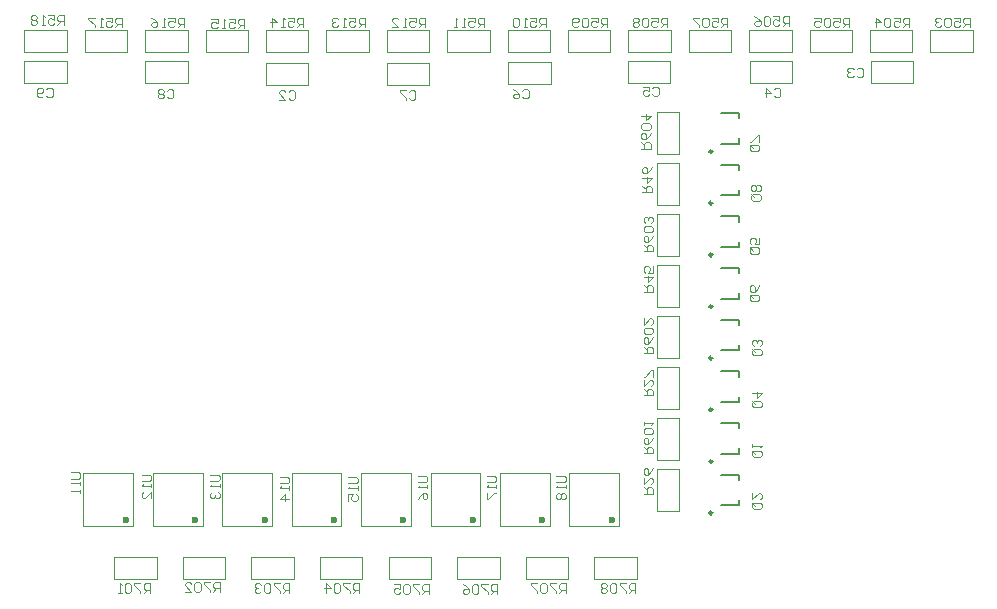
<source format=gbo>
%FSLAX25Y25*%
%MOIN*%
G70*
G01*
G75*
G04 Layer_Color=32896*
%ADD10R,0.05512X0.04724*%
%ADD11R,0.04921X0.03543*%
%ADD12R,0.33465X0.42126*%
%ADD13R,0.12205X0.04331*%
%ADD14R,0.05906X0.03937*%
%ADD15R,0.05906X0.05906*%
%ADD16R,0.01969X0.07874*%
%ADD17O,0.01969X0.07874*%
%ADD18R,0.03937X0.05906*%
%ADD19R,0.04724X0.05512*%
%ADD20R,0.01969X0.06890*%
%ADD21O,0.01969X0.06890*%
%ADD22O,0.06890X0.01969*%
%ADD23C,0.03937*%
%ADD24C,0.01969*%
%ADD25C,0.01000*%
%ADD26C,0.02362*%
%ADD27C,0.03150*%
%ADD28C,0.01575*%
%ADD29C,0.11811*%
%ADD30C,0.05906*%
%ADD31C,0.06693*%
%ADD32R,0.07087X0.07087*%
%ADD33C,0.07874*%
%ADD34R,0.07087X0.07087*%
%ADD35C,0.07480*%
%ADD36R,0.06693X0.06693*%
%ADD37C,0.10630*%
%ADD38R,0.09843X0.09843*%
%ADD39R,0.09843X0.09843*%
%ADD40C,0.17716*%
%ADD41C,0.04724*%
%ADD42R,0.04724X0.04724*%
G04:AMPARAMS|DCode=43|XSize=98.43mil|YSize=118.11mil|CornerRadius=24.61mil|HoleSize=0mil|Usage=FLASHONLY|Rotation=90.000|XOffset=0mil|YOffset=0mil|HoleType=Round|Shape=RoundedRectangle|*
%AMROUNDEDRECTD43*
21,1,0.09843,0.06890,0,0,90.0*
21,1,0.04921,0.11811,0,0,90.0*
1,1,0.04921,0.03445,0.02461*
1,1,0.04921,0.03445,-0.02461*
1,1,0.04921,-0.03445,-0.02461*
1,1,0.04921,-0.03445,0.02461*
%
%ADD43ROUNDEDRECTD43*%
%ADD44R,0.11811X0.09843*%
%ADD45C,0.04724*%
%ADD46R,0.04724X0.04724*%
%ADD47C,0.06200*%
%ADD48R,0.05906X0.05906*%
%ADD49C,0.01969*%
%ADD50C,0.02362*%
%ADD51R,0.02362X0.05906*%
%ADD52R,0.04724X0.03937*%
%ADD53R,0.04724X0.03543*%
%ADD54R,0.05118X0.03543*%
%ADD55C,0.00787*%
%ADD56C,0.00394*%
%ADD57C,0.00400*%
%ADD58C,0.00500*%
%ADD59C,0.01200*%
%ADD60C,0.00591*%
%ADD61C,0.00600*%
%ADD62C,0.00236*%
%ADD63C,0.00984*%
D50*
X366859Y246905D02*
D03*
X436287D02*
D03*
X274287D02*
D03*
X297430D02*
D03*
X320573D02*
D03*
X343716D02*
D03*
X390002D02*
D03*
X413144D02*
D03*
D55*
X472787Y382512D02*
X478594D01*
X472787Y372276D02*
X478594D01*
Y374047D01*
Y380740D02*
Y382512D01*
X472787Y365298D02*
X478594D01*
X472787Y355061D02*
X478594D01*
Y356833D01*
Y363526D02*
Y365298D01*
X472787Y348083D02*
X478594D01*
X472787Y337847D02*
X478594D01*
X478594Y339619D01*
X478594Y346312D02*
Y348083D01*
X472787Y330869D02*
X478594D01*
X472787Y320633D02*
X478594D01*
X478594Y322404D02*
X478594Y320633D01*
X478594Y329097D02*
X478594Y330869D01*
X472787Y313655D02*
X478594D01*
X472787Y303418D02*
X478594D01*
X478594Y305190D02*
X478594Y303418D01*
X478594Y311883D02*
X478594Y313655D01*
X472787Y296440D02*
X478594D01*
X472787Y286204D02*
X478594D01*
Y287976D01*
Y296440D02*
X478594Y294669D01*
X472787Y279226D02*
X478594D01*
X472787Y268990D02*
X478594D01*
X478594Y270761D01*
X478594Y277454D02*
Y279226D01*
X472787Y262012D02*
X478594D01*
X472787Y251776D02*
X478594D01*
Y253547D01*
Y260240D02*
Y262012D01*
D56*
X254650Y392590D02*
Y399835D01*
X240516Y392590D02*
X254650D01*
X240516D02*
Y399835D01*
X254650D01*
X294916Y392590D02*
Y399835D01*
X280782Y392590D02*
X294916D01*
X280782D02*
Y399835D01*
X294916D01*
X375450Y391803D02*
Y399047D01*
X361316Y391803D02*
X375450D01*
X361316D02*
Y399047D01*
X375450D01*
X415946Y392197D02*
Y399441D01*
X401812Y392197D02*
X415946D01*
X401812D02*
Y399441D01*
X415946D01*
X455838Y392590D02*
Y399835D01*
X441704Y392590D02*
X455838D01*
X441704D02*
Y399835D01*
X455838D01*
X496517Y392590D02*
Y399835D01*
X482384Y392590D02*
X496517D01*
X482384D02*
Y399835D01*
X496517D01*
X536803Y392590D02*
Y399835D01*
X522669Y392590D02*
X536803D01*
X522669D02*
Y399835D01*
X536803D01*
X321049Y391877D02*
Y399121D01*
X335183D01*
Y391877D02*
Y399121D01*
X321049Y391877D02*
X335183D01*
X270516Y227378D02*
X284650Y227378D01*
Y234622D01*
X270516Y234622D02*
X284650Y234622D01*
X270516Y227378D02*
Y234622D01*
X293373Y227378D02*
X307507Y227378D01*
Y234622D01*
X293373Y234622D02*
X307507Y234622D01*
X293373Y227378D02*
Y234622D01*
X316230Y227378D02*
X330364Y227378D01*
Y234622D01*
X316230Y234622D02*
X330364Y234622D01*
X316230Y227378D02*
Y234622D01*
X361944Y227378D02*
X376078Y227378D01*
Y234622D01*
X361944Y234622D02*
X376078Y234622D01*
X361944Y227378D02*
Y234622D01*
X384802Y227378D02*
X398935Y227378D01*
Y234622D01*
X384802Y234622D02*
X398935Y234622D01*
X384802Y227378D02*
Y234622D01*
X407659Y227378D02*
X421793Y227378D01*
Y234622D01*
X407659Y234622D02*
X421793Y234622D01*
X407659Y227378D02*
Y234622D01*
X369339Y244937D02*
Y262653D01*
X352804Y244937D02*
Y262653D01*
Y244937D02*
X369339D01*
X352804Y262653D02*
X369339D01*
X438768Y244937D02*
Y262653D01*
X422232Y244937D02*
Y262653D01*
Y244937D02*
X438768D01*
X422232Y262653D02*
X438768D01*
X339087Y227378D02*
X353221Y227378D01*
Y234622D01*
X339087Y234622D02*
X353221Y234622D01*
X339087Y227378D02*
Y234622D01*
X430516Y227378D02*
X444650Y227378D01*
Y234622D01*
X430516Y234622D02*
X444650Y234622D01*
X430516Y227378D02*
Y234622D01*
X276768Y244937D02*
Y262653D01*
X260232Y244937D02*
Y262653D01*
Y244937D02*
X276768D01*
X260232Y262653D02*
X276768D01*
X299911Y244937D02*
Y262653D01*
X283375Y244937D02*
Y262653D01*
Y244937D02*
X299911D01*
X283375Y262653D02*
X299911D01*
X323053Y244937D02*
Y262653D01*
X306518Y244937D02*
Y262653D01*
Y244937D02*
X323053D01*
X306518Y262653D02*
X323053D01*
X346196Y244937D02*
Y262653D01*
X329661Y244937D02*
Y262653D01*
Y244937D02*
X346196D01*
X329661Y262653D02*
X346196D01*
X392482Y244937D02*
Y262653D01*
X375946Y244937D02*
Y262653D01*
Y244937D02*
X392482D01*
X375946Y262653D02*
X392482D01*
X415625Y244937D02*
Y262653D01*
X399089Y244937D02*
Y262653D01*
Y244937D02*
X415625D01*
X399089Y262653D02*
X415625D01*
X451346Y368744D02*
Y382878D01*
Y368744D02*
X458591D01*
Y382878D01*
X451346D02*
X458591D01*
X451346Y351744D02*
Y365878D01*
Y351744D02*
X458591D01*
Y365878D01*
X451346D02*
X458591D01*
X451346Y334744D02*
Y348878D01*
Y334744D02*
X458591D01*
Y348878D01*
X451346D02*
X458591D01*
X451346Y317744D02*
X451346Y331878D01*
X451346Y317744D02*
X458591D01*
X458591Y331878D02*
X458591Y317744D01*
X451346Y331878D02*
X458591D01*
X451346Y283744D02*
Y297878D01*
Y283744D02*
X458591D01*
Y297878D01*
X451346D02*
X458591D01*
X451346Y300744D02*
Y314878D01*
Y300744D02*
X458591D01*
Y314878D01*
X451346D02*
X458591D01*
Y266744D02*
Y280878D01*
X451346D02*
X458591D01*
X451346Y266744D02*
Y280878D01*
Y266744D02*
X458591D01*
X451346Y249744D02*
X451346Y263878D01*
X451346Y249744D02*
X458591D01*
X458591Y263878D02*
X458591Y249744D01*
X451346Y263878D02*
X458591D01*
X240516Y402878D02*
Y410122D01*
X254650Y410122D01*
Y402878D02*
Y410122D01*
X240516Y402878D02*
X254650Y402878D01*
X260649Y402878D02*
Y410122D01*
X274783Y410122D01*
Y402878D02*
Y410122D01*
X260649Y402878D02*
X274783Y402878D01*
X300916Y410122D02*
X300916Y402878D01*
X300916Y410122D02*
X315050Y410122D01*
Y402878D02*
Y410122D01*
X300916Y402878D02*
X315050D01*
X280782Y402878D02*
Y410122D01*
X294916D01*
X294916Y402878D01*
X280782Y402878D02*
X294916Y402878D01*
X341182Y402878D02*
Y410122D01*
X355316Y410122D01*
Y402878D02*
Y410122D01*
X341182Y402878D02*
X355316Y402878D01*
X321049Y402878D02*
Y410122D01*
X335183Y410122D01*
Y402878D02*
Y410122D01*
X321049Y402878D02*
X335183Y402878D01*
X381449Y402878D02*
Y410122D01*
X395583D01*
X395583Y402878D01*
X381449Y402878D02*
X395583Y402878D01*
X361316D02*
Y410122D01*
X375450Y410122D01*
Y402878D02*
Y410122D01*
X361316Y402878D02*
X375450D01*
X421716Y402878D02*
Y410122D01*
X435850Y410122D01*
Y402878D02*
Y410122D01*
X421716Y402878D02*
X435850Y402878D01*
X401582D02*
Y410122D01*
X415716Y410122D01*
Y402878D02*
Y410122D01*
X401582Y402878D02*
X415716D01*
X441849Y402878D02*
Y410122D01*
X455983Y410122D01*
Y402878D02*
Y410122D01*
X441849Y402878D02*
X455983Y402878D01*
X461982Y402878D02*
X461982Y410122D01*
X476116Y410122D01*
Y402878D02*
Y410122D01*
X461982Y402878D02*
X476116Y402878D01*
X482116Y402878D02*
Y410122D01*
X496249D01*
X496250Y402878D01*
X482116Y402878D02*
X496250Y402878D01*
X502249Y402878D02*
Y410122D01*
X516383Y410122D01*
X516383Y402878D02*
X516383Y410122D01*
X502249Y402878D02*
X516383Y402878D01*
X542516Y402878D02*
Y410122D01*
X556649D01*
X556649Y402878D01*
X542516Y402878D02*
X556649Y402878D01*
X522382Y402878D02*
Y410122D01*
X536516D01*
X536516Y402878D02*
X536516Y410122D01*
X522382Y402878D02*
X536516Y402878D01*
X253630Y412008D02*
Y415157D01*
X252056D01*
X251531Y414632D01*
Y413582D01*
X252056Y413057D01*
X253630D01*
X252580D02*
X251531Y412008D01*
X248382Y415157D02*
X250481D01*
Y413582D01*
X249432Y414107D01*
X248907D01*
X248382Y413582D01*
Y412533D01*
X248907Y412008D01*
X249957D01*
X250481Y412533D01*
X247333Y412008D02*
X246283D01*
X246808D01*
Y415157D01*
X247333Y414632D01*
X244709D02*
X244184Y415157D01*
X243135D01*
X242610Y414632D01*
Y414107D01*
X243135Y413582D01*
X242610Y413057D01*
Y412533D01*
X243135Y412008D01*
X244184D01*
X244709Y412533D01*
Y413057D01*
X244184Y413582D01*
X244709Y414107D01*
Y414632D01*
X244184Y413582D02*
X243135D01*
X272921Y411221D02*
Y414369D01*
X271347D01*
X270822Y413844D01*
Y412795D01*
X271347Y412270D01*
X272921D01*
X271872D02*
X270822Y411221D01*
X267674Y414369D02*
X269773D01*
Y412795D01*
X268723Y413319D01*
X268198D01*
X267674Y412795D01*
Y411745D01*
X268198Y411221D01*
X269248D01*
X269773Y411745D01*
X266624Y411221D02*
X265575D01*
X266099D01*
Y414369D01*
X266624Y413844D01*
X264000Y414369D02*
X261901D01*
Y413844D01*
X264000Y411745D01*
Y411221D01*
X293787D02*
Y414369D01*
X292213D01*
X291688Y413844D01*
Y412795D01*
X292213Y412270D01*
X293787D01*
X292738D02*
X291688Y411221D01*
X288540Y414369D02*
X290639D01*
Y412795D01*
X289589Y413319D01*
X289065D01*
X288540Y412795D01*
Y411745D01*
X289065Y411221D01*
X290114D01*
X290639Y411745D01*
X287490Y411221D02*
X286441D01*
X286965D01*
Y414369D01*
X287490Y413844D01*
X282767Y414369D02*
X283817Y413844D01*
X284866Y412795D01*
Y411745D01*
X284342Y411221D01*
X283292D01*
X282767Y411745D01*
Y412270D01*
X283292Y412795D01*
X284866D01*
X313866Y410827D02*
Y413975D01*
X312292D01*
X311767Y413451D01*
Y412401D01*
X312292Y411876D01*
X313866D01*
X312817D02*
X311767Y410827D01*
X308618Y413975D02*
X310718D01*
Y412401D01*
X309668Y412926D01*
X309143D01*
X308618Y412401D01*
Y411351D01*
X309143Y410827D01*
X310193D01*
X310718Y411351D01*
X307569Y410827D02*
X306519D01*
X307044D01*
Y413975D01*
X307569Y413451D01*
X302846Y413975D02*
X304945D01*
Y412401D01*
X303896Y412926D01*
X303371D01*
X302846Y412401D01*
Y411351D01*
X303371Y410827D01*
X304420D01*
X304945Y411351D01*
X333551Y411221D02*
Y414369D01*
X331977D01*
X331452Y413844D01*
Y412795D01*
X331977Y412270D01*
X333551D01*
X332502D02*
X331452Y411221D01*
X328304Y414369D02*
X330403D01*
Y412795D01*
X329353Y413319D01*
X328828D01*
X328304Y412795D01*
Y411745D01*
X328828Y411221D01*
X329878D01*
X330403Y411745D01*
X327254Y411221D02*
X326204D01*
X326729D01*
Y414369D01*
X327254Y413844D01*
X323056Y411221D02*
Y414369D01*
X324630Y412795D01*
X322531D01*
X354024Y411221D02*
Y414369D01*
X352449D01*
X351925Y413844D01*
Y412795D01*
X352449Y412270D01*
X354024D01*
X352974D02*
X351925Y411221D01*
X348776Y414369D02*
X350875D01*
Y412795D01*
X349826Y413319D01*
X349301D01*
X348776Y412795D01*
Y411745D01*
X349301Y411221D01*
X350350D01*
X350875Y411745D01*
X347726Y411221D02*
X346677D01*
X347202D01*
Y414369D01*
X347726Y413844D01*
X345103D02*
X344578Y414369D01*
X343528D01*
X343004Y413844D01*
Y413319D01*
X343528Y412795D01*
X344053D01*
X343528D01*
X343004Y412270D01*
Y411745D01*
X343528Y411221D01*
X344578D01*
X345103Y411745D01*
X374102Y411221D02*
Y414369D01*
X372528D01*
X372003Y413844D01*
Y412795D01*
X372528Y412270D01*
X374102D01*
X373053D02*
X372003Y411221D01*
X368855Y414369D02*
X370954D01*
Y412795D01*
X369904Y413319D01*
X369379D01*
X368855Y412795D01*
Y411745D01*
X369379Y411221D01*
X370429D01*
X370954Y411745D01*
X367805Y411221D02*
X366756D01*
X367280D01*
Y414369D01*
X367805Y413844D01*
X363082Y411221D02*
X365181D01*
X363082Y413319D01*
Y413844D01*
X363607Y414369D01*
X364657D01*
X365181Y413844D01*
X393787Y411221D02*
Y414369D01*
X392213D01*
X391688Y413844D01*
Y412795D01*
X392213Y412270D01*
X393787D01*
X392738D02*
X391688Y411221D01*
X388540Y414369D02*
X390639D01*
Y412795D01*
X389589Y413319D01*
X389065D01*
X388540Y412795D01*
Y411745D01*
X389065Y411221D01*
X390114D01*
X390639Y411745D01*
X387490Y411221D02*
X386441D01*
X386965D01*
Y414369D01*
X387490Y413844D01*
X384866Y411221D02*
X383817D01*
X384342D01*
Y414369D01*
X384866Y413844D01*
X414260Y411221D02*
Y414369D01*
X412685D01*
X412161Y413844D01*
Y412795D01*
X412685Y412270D01*
X414260D01*
X413210D02*
X412161Y411221D01*
X409012Y414369D02*
X411111D01*
Y412795D01*
X410062Y413319D01*
X409537D01*
X409012Y412795D01*
Y411745D01*
X409537Y411221D01*
X410587D01*
X411111Y411745D01*
X407963Y411221D02*
X406913D01*
X407438D01*
Y414369D01*
X407963Y413844D01*
X405339D02*
X404814Y414369D01*
X403764D01*
X403240Y413844D01*
Y411745D01*
X403764Y411221D01*
X404814D01*
X405339Y411745D01*
Y413844D01*
X434732Y411221D02*
Y414369D01*
X433158D01*
X432633Y413844D01*
Y412795D01*
X433158Y412270D01*
X434732D01*
X433683D02*
X432633Y411221D01*
X429485Y414369D02*
X431584D01*
Y412795D01*
X430534Y413319D01*
X430009D01*
X429485Y412795D01*
Y411745D01*
X430009Y411221D01*
X431059D01*
X431584Y411745D01*
X428435Y413844D02*
X427910Y414369D01*
X426861D01*
X426336Y413844D01*
Y411745D01*
X426861Y411221D01*
X427910D01*
X428435Y411745D01*
Y413844D01*
X425286Y411745D02*
X424762Y411221D01*
X423712D01*
X423187Y411745D01*
Y413844D01*
X423712Y414369D01*
X424762D01*
X425286Y413844D01*
Y413319D01*
X424762Y412795D01*
X423187D01*
X454811Y411221D02*
Y414369D01*
X453237D01*
X452712Y413844D01*
Y412795D01*
X453237Y412270D01*
X454811D01*
X453761D02*
X452712Y411221D01*
X449563Y414369D02*
X451662D01*
Y412795D01*
X450613Y413319D01*
X450088D01*
X449563Y412795D01*
Y411745D01*
X450088Y411221D01*
X451138D01*
X451662Y411745D01*
X448514Y413844D02*
X447989Y414369D01*
X446940D01*
X446415Y413844D01*
Y411745D01*
X446940Y411221D01*
X447989D01*
X448514Y411745D01*
Y413844D01*
X445365D02*
X444840Y414369D01*
X443791D01*
X443266Y413844D01*
Y413319D01*
X443791Y412795D01*
X443266Y412270D01*
Y411745D01*
X443791Y411221D01*
X444840D01*
X445365Y411745D01*
Y412270D01*
X444840Y412795D01*
X445365Y413319D01*
Y413844D01*
X444840Y412795D02*
X443791D01*
X474890Y411221D02*
Y414369D01*
X473315D01*
X472791Y413844D01*
Y412795D01*
X473315Y412270D01*
X474890D01*
X473840D02*
X472791Y411221D01*
X469642Y414369D02*
X471741D01*
Y412795D01*
X470692Y413319D01*
X470167D01*
X469642Y412795D01*
Y411745D01*
X470167Y411221D01*
X471216D01*
X471741Y411745D01*
X468593Y413844D02*
X468068Y414369D01*
X467018D01*
X466494Y413844D01*
Y411745D01*
X467018Y411221D01*
X468068D01*
X468593Y411745D01*
Y413844D01*
X465444Y414369D02*
X463345D01*
Y413844D01*
X465444Y411745D01*
Y411221D01*
X495362Y411614D02*
Y414763D01*
X493788D01*
X493263Y414238D01*
Y413189D01*
X493788Y412664D01*
X495362D01*
X494313D02*
X493263Y411614D01*
X490114Y414763D02*
X492214D01*
Y413189D01*
X491164Y413713D01*
X490639D01*
X490114Y413189D01*
Y412139D01*
X490639Y411614D01*
X491689D01*
X492214Y412139D01*
X489065Y414238D02*
X488540Y414763D01*
X487491D01*
X486966Y414238D01*
Y412139D01*
X487491Y411614D01*
X488540D01*
X489065Y412139D01*
Y414238D01*
X483817Y414763D02*
X484867Y414238D01*
X485916Y413189D01*
Y412139D01*
X485392Y411614D01*
X484342D01*
X483817Y412139D01*
Y412664D01*
X484342Y413189D01*
X485916D01*
X515441Y411221D02*
Y414369D01*
X513867D01*
X513342Y413844D01*
Y412795D01*
X513867Y412270D01*
X515441D01*
X514391D02*
X513342Y411221D01*
X510193Y414369D02*
X512292D01*
Y412795D01*
X511243Y413319D01*
X510718D01*
X510193Y412795D01*
Y411745D01*
X510718Y411221D01*
X511768D01*
X512292Y411745D01*
X509144Y413844D02*
X508619Y414369D01*
X507570D01*
X507045Y413844D01*
Y411745D01*
X507570Y411221D01*
X508619D01*
X509144Y411745D01*
Y413844D01*
X503896Y414369D02*
X505995D01*
Y412795D01*
X504946Y413319D01*
X504421D01*
X503896Y412795D01*
Y411745D01*
X504421Y411221D01*
X505470D01*
X505995Y411745D01*
X535520Y411221D02*
Y414369D01*
X533945D01*
X533421Y413844D01*
Y412795D01*
X533945Y412270D01*
X535520D01*
X534470D02*
X533421Y411221D01*
X530272Y414369D02*
X532371D01*
Y412795D01*
X531322Y413319D01*
X530797D01*
X530272Y412795D01*
Y411745D01*
X530797Y411221D01*
X531846D01*
X532371Y411745D01*
X529222Y413844D02*
X528698Y414369D01*
X527648D01*
X527123Y413844D01*
Y411745D01*
X527648Y411221D01*
X528698D01*
X529222Y411745D01*
Y413844D01*
X524500Y411221D02*
Y414369D01*
X526074Y412795D01*
X523975D01*
X555598Y411221D02*
Y414369D01*
X554024D01*
X553499Y413844D01*
Y412795D01*
X554024Y412270D01*
X555598D01*
X554549D02*
X553499Y411221D01*
X550351Y414369D02*
X552450D01*
Y412795D01*
X551400Y413319D01*
X550876D01*
X550351Y412795D01*
Y411745D01*
X550876Y411221D01*
X551925D01*
X552450Y411745D01*
X549301Y413844D02*
X548776Y414369D01*
X547727D01*
X547202Y413844D01*
Y411745D01*
X547727Y411221D01*
X548776D01*
X549301Y411745D01*
Y413844D01*
X546153D02*
X545628Y414369D01*
X544578D01*
X544054Y413844D01*
Y413319D01*
X544578Y412795D01*
X545103D01*
X544578D01*
X544054Y412270D01*
Y411745D01*
X544578Y411221D01*
X545628D01*
X546153Y411745D01*
X247901Y390419D02*
X248426Y390944D01*
X249475D01*
X250000Y390419D01*
Y388320D01*
X249475Y387795D01*
X248426D01*
X247901Y388320D01*
X246851D02*
X246327Y387795D01*
X245277D01*
X244752Y388320D01*
Y390419D01*
X245277Y390944D01*
X246327D01*
X246851Y390419D01*
Y389894D01*
X246327Y389370D01*
X244752D01*
X288058Y390025D02*
X288583Y390550D01*
X289633D01*
X290158Y390025D01*
Y387926D01*
X289633Y387402D01*
X288583D01*
X288058Y387926D01*
X287009Y390025D02*
X286484Y390550D01*
X285435D01*
X284910Y390025D01*
Y389501D01*
X285435Y388976D01*
X284910Y388451D01*
Y387926D01*
X285435Y387402D01*
X286484D01*
X287009Y387926D01*
Y388451D01*
X286484Y388976D01*
X287009Y389501D01*
Y390025D01*
X286484Y388976D02*
X285435D01*
X368767Y389632D02*
X369292Y390157D01*
X370341D01*
X370866Y389632D01*
Y387533D01*
X370341Y387008D01*
X369292D01*
X368767Y387533D01*
X367718Y390157D02*
X365618D01*
Y389632D01*
X367718Y387533D01*
Y387008D01*
X406562Y390025D02*
X407087Y390550D01*
X408137D01*
X408661Y390025D01*
Y387926D01*
X408137Y387402D01*
X407087D01*
X406562Y387926D01*
X403414Y390550D02*
X404463Y390025D01*
X405513Y388976D01*
Y387926D01*
X404988Y387402D01*
X403938D01*
X403414Y387926D01*
Y388451D01*
X403938Y388976D01*
X405513D01*
X449869Y390813D02*
X450394Y391338D01*
X451444D01*
X451968Y390813D01*
Y388714D01*
X451444Y388189D01*
X450394D01*
X449869Y388714D01*
X446721Y391338D02*
X448820D01*
Y389763D01*
X447770Y390288D01*
X447246D01*
X446721Y389763D01*
Y388714D01*
X447246Y388189D01*
X448295D01*
X448820Y388714D01*
X490421Y390419D02*
X490945Y390944D01*
X491995D01*
X492520Y390419D01*
Y388320D01*
X491995Y387795D01*
X490945D01*
X490421Y388320D01*
X487797Y387795D02*
Y390944D01*
X489371Y389370D01*
X487272D01*
X517980Y397112D02*
X518504Y397637D01*
X519554D01*
X520079Y397112D01*
Y395013D01*
X519554Y394488D01*
X518504D01*
X517980Y395013D01*
X516930Y397112D02*
X516405Y397637D01*
X515356D01*
X514831Y397112D01*
Y396587D01*
X515356Y396062D01*
X515881D01*
X515356D01*
X514831Y395538D01*
Y395013D01*
X515356Y394488D01*
X516405D01*
X516930Y395013D01*
X328610Y389632D02*
X329134Y390157D01*
X330184D01*
X330709Y389632D01*
Y387533D01*
X330184Y387008D01*
X329134D01*
X328610Y387533D01*
X325461Y387008D02*
X327560D01*
X325461Y389107D01*
Y389632D01*
X325986Y390157D01*
X327035D01*
X327560Y389632D01*
X417804Y261614D02*
X420428D01*
X420953Y261089D01*
Y260040D01*
X420428Y259515D01*
X417804D01*
X420953Y258466D02*
Y257416D01*
Y257941D01*
X417804D01*
X418329Y258466D01*
Y255842D02*
X417804Y255317D01*
Y254268D01*
X418329Y253743D01*
X418854D01*
X419379Y254268D01*
X419903Y253743D01*
X420428D01*
X420953Y254268D01*
Y255317D01*
X420428Y255842D01*
X419903D01*
X419379Y255317D01*
X418854Y255842D01*
X418329D01*
X419379Y255317D02*
Y254268D01*
X394576Y261614D02*
X397200D01*
X397724Y261089D01*
Y260040D01*
X397200Y259515D01*
X394576D01*
X397724Y258466D02*
Y257416D01*
Y257941D01*
X394576D01*
X395101Y258466D01*
X394576Y255842D02*
Y253743D01*
X395101D01*
X397200Y255842D01*
X397724D01*
X371741Y261614D02*
X374365D01*
X374890Y261089D01*
Y260040D01*
X374365Y259515D01*
X371741D01*
X374890Y258466D02*
Y257416D01*
Y257941D01*
X371741D01*
X372266Y258466D01*
X371741Y253743D02*
X372266Y254792D01*
X373316Y255842D01*
X374365D01*
X374890Y255317D01*
Y254268D01*
X374365Y253743D01*
X373840D01*
X373316Y254268D01*
Y255842D01*
X348513Y261221D02*
X351137D01*
X351661Y260696D01*
Y259646D01*
X351137Y259121D01*
X348513D01*
X351661Y258072D02*
Y257022D01*
Y257547D01*
X348513D01*
X349038Y258072D01*
X348513Y253349D02*
Y255448D01*
X350087D01*
X349562Y254398D01*
Y253874D01*
X350087Y253349D01*
X351137D01*
X351661Y253874D01*
Y254923D01*
X351137Y255448D01*
X325678Y261221D02*
X328302D01*
X328827Y260696D01*
Y259646D01*
X328302Y259121D01*
X325678D01*
X328827Y258072D02*
Y257022D01*
Y257547D01*
X325678D01*
X326203Y258072D01*
X328827Y253874D02*
X325678D01*
X327253Y255448D01*
Y253349D01*
X302450Y262008D02*
X305074D01*
X305598Y261483D01*
Y260434D01*
X305074Y259909D01*
X302450D01*
X305598Y258859D02*
Y257810D01*
Y258334D01*
X302450D01*
X302975Y258859D01*
Y256235D02*
X302450Y255711D01*
Y254661D01*
X302975Y254136D01*
X303499D01*
X304024Y254661D01*
Y255186D01*
Y254661D01*
X304549Y254136D01*
X305074D01*
X305598Y254661D01*
Y255711D01*
X305074Y256235D01*
X279615Y262008D02*
X282239D01*
X282764Y261483D01*
Y260434D01*
X282239Y259909D01*
X279615D01*
X282764Y258859D02*
Y257810D01*
Y258334D01*
X279615D01*
X280140Y258859D01*
X282764Y254136D02*
Y256235D01*
X280665Y254136D01*
X280140D01*
X279615Y254661D01*
Y255711D01*
X280140Y256235D01*
X255993Y262795D02*
X258617D01*
X259142Y262270D01*
Y261221D01*
X258617Y260696D01*
X255993D01*
X259142Y259647D02*
Y258597D01*
Y259122D01*
X255993D01*
X256518Y259647D01*
X259142Y257023D02*
Y255973D01*
Y256498D01*
X255993D01*
X256518Y257023D01*
X444181Y222638D02*
Y225786D01*
X442607D01*
X442082Y225262D01*
Y224212D01*
X442607Y223687D01*
X444181D01*
X443132D02*
X442082Y222638D01*
X441033Y225786D02*
X438933D01*
Y225262D01*
X441033Y223163D01*
Y222638D01*
X437884Y225262D02*
X437359Y225786D01*
X436310D01*
X435785Y225262D01*
Y223163D01*
X436310Y222638D01*
X437359D01*
X437884Y223163D01*
Y225262D01*
X434735D02*
X434211Y225786D01*
X433161D01*
X432636Y225262D01*
Y224737D01*
X433161Y224212D01*
X432636Y223687D01*
Y223163D01*
X433161Y222638D01*
X434211D01*
X434735Y223163D01*
Y223687D01*
X434211Y224212D01*
X434735Y224737D01*
Y225262D01*
X434211Y224212D02*
X433161D01*
X420953Y222638D02*
Y225786D01*
X419379D01*
X418854Y225262D01*
Y224212D01*
X419379Y223687D01*
X420953D01*
X419903D02*
X418854Y222638D01*
X417804Y225786D02*
X415705D01*
Y225262D01*
X417804Y223163D01*
Y222638D01*
X414656Y225262D02*
X414131Y225786D01*
X413081D01*
X412557Y225262D01*
Y223163D01*
X413081Y222638D01*
X414131D01*
X414656Y223163D01*
Y225262D01*
X411507Y225786D02*
X409408D01*
Y225262D01*
X411507Y223163D01*
Y222638D01*
X398118Y222244D02*
Y225393D01*
X396544D01*
X396019Y224868D01*
Y223818D01*
X396544Y223294D01*
X398118D01*
X397069D02*
X396019Y222244D01*
X394970Y225393D02*
X392870D01*
Y224868D01*
X394970Y222769D01*
Y222244D01*
X391821Y224868D02*
X391296Y225393D01*
X390247D01*
X389722Y224868D01*
Y222769D01*
X390247Y222244D01*
X391296D01*
X391821Y222769D01*
Y224868D01*
X386573Y225393D02*
X387623Y224868D01*
X388672Y223818D01*
Y222769D01*
X388148Y222244D01*
X387098D01*
X386573Y222769D01*
Y223294D01*
X387098Y223818D01*
X388672D01*
X375284Y222244D02*
Y225393D01*
X373709D01*
X373184Y224868D01*
Y223818D01*
X373709Y223294D01*
X375284D01*
X374234D02*
X373184Y222244D01*
X372135Y225393D02*
X370036D01*
Y224868D01*
X372135Y222769D01*
Y222244D01*
X368986Y224868D02*
X368461Y225393D01*
X367412D01*
X366887Y224868D01*
Y222769D01*
X367412Y222244D01*
X368461D01*
X368986Y222769D01*
Y224868D01*
X363739Y225393D02*
X365838D01*
Y223818D01*
X364788Y224343D01*
X364263D01*
X363739Y223818D01*
Y222769D01*
X364263Y222244D01*
X365313D01*
X365838Y222769D01*
X352055Y222638D02*
Y225786D01*
X350481D01*
X349956Y225262D01*
Y224212D01*
X350481Y223687D01*
X352055D01*
X351006D02*
X349956Y222638D01*
X348906Y225786D02*
X346808D01*
Y225262D01*
X348906Y223163D01*
Y222638D01*
X345758Y225262D02*
X345233Y225786D01*
X344184D01*
X343659Y225262D01*
Y223163D01*
X344184Y222638D01*
X345233D01*
X345758Y223163D01*
Y225262D01*
X341035Y222638D02*
Y225786D01*
X342609Y224212D01*
X340510D01*
X328827Y222638D02*
Y225786D01*
X327253D01*
X326728Y225262D01*
Y224212D01*
X327253Y223687D01*
X328827D01*
X327777D02*
X326728Y222638D01*
X325678Y225786D02*
X323579D01*
Y225262D01*
X325678Y223163D01*
Y222638D01*
X322530Y225262D02*
X322005Y225786D01*
X320955D01*
X320430Y225262D01*
Y223163D01*
X320955Y222638D01*
X322005D01*
X322530Y223163D01*
Y225262D01*
X319381D02*
X318856Y225786D01*
X317807D01*
X317282Y225262D01*
Y224737D01*
X317807Y224212D01*
X318332D01*
X317807D01*
X317282Y223687D01*
Y223163D01*
X317807Y222638D01*
X318856D01*
X319381Y223163D01*
X305598Y223031D02*
Y226180D01*
X304024D01*
X303499Y225655D01*
Y224606D01*
X304024Y224081D01*
X305598D01*
X304549D02*
X303499Y223031D01*
X302450Y226180D02*
X300351D01*
Y225655D01*
X302450Y223556D01*
Y223031D01*
X299301Y225655D02*
X298777Y226180D01*
X297727D01*
X297202Y225655D01*
Y223556D01*
X297727Y223031D01*
X298777D01*
X299301Y223556D01*
Y225655D01*
X294054Y223031D02*
X296153D01*
X294054Y225131D01*
Y225655D01*
X294578Y226180D01*
X295628D01*
X296153Y225655D01*
X282370Y222638D02*
Y225786D01*
X280796D01*
X280271Y225262D01*
Y224212D01*
X280796Y223687D01*
X282370D01*
X281321D02*
X280271Y222638D01*
X279222Y225786D02*
X277122D01*
Y225262D01*
X279222Y223163D01*
Y222638D01*
X276073Y225262D02*
X275548Y225786D01*
X274499D01*
X273974Y225262D01*
Y223163D01*
X274499Y222638D01*
X275548D01*
X276073Y223163D01*
Y225262D01*
X272924Y222638D02*
X271875D01*
X272399D01*
Y225786D01*
X272924Y225262D01*
X446150Y370669D02*
X449298D01*
Y372244D01*
X448773Y372768D01*
X447724D01*
X447199Y372244D01*
Y370669D01*
Y371719D02*
X446150Y372768D01*
X449298Y375917D02*
X448773Y374867D01*
X447724Y373818D01*
X446674D01*
X446150Y374343D01*
Y375392D01*
X446674Y375917D01*
X447199D01*
X447724Y375392D01*
Y373818D01*
X448773Y376967D02*
X449298Y377491D01*
Y378541D01*
X448773Y379065D01*
X446674D01*
X446150Y378541D01*
Y377491D01*
X446674Y376967D01*
X448773D01*
X446150Y381689D02*
X449298D01*
X447724Y380115D01*
Y382214D01*
X446937Y336417D02*
X450086D01*
Y337992D01*
X449561Y338516D01*
X448511D01*
X447987Y337992D01*
Y336417D01*
Y337467D02*
X446937Y338516D01*
X450086Y341665D02*
X449561Y340615D01*
X448511Y339566D01*
X447462D01*
X446937Y340091D01*
Y341140D01*
X447462Y341665D01*
X447987D01*
X448511Y341140D01*
Y339566D01*
X449561Y342715D02*
X450086Y343239D01*
Y344289D01*
X449561Y344814D01*
X447462D01*
X446937Y344289D01*
Y343239D01*
X447462Y342715D01*
X449561D01*
Y345863D02*
X450086Y346388D01*
Y347437D01*
X449561Y347962D01*
X449036D01*
X448511Y347437D01*
Y346913D01*
Y347437D01*
X447987Y347962D01*
X447462D01*
X446937Y347437D01*
Y346388D01*
X447462Y345863D01*
X446937Y302559D02*
X450086D01*
Y304133D01*
X449561Y304658D01*
X448511D01*
X447987Y304133D01*
Y302559D01*
Y303609D02*
X446937Y304658D01*
X450086Y307807D02*
X449561Y306757D01*
X448511Y305708D01*
X447462D01*
X446937Y306232D01*
Y307282D01*
X447462Y307807D01*
X447987D01*
X448511Y307282D01*
Y305708D01*
X449561Y308856D02*
X450086Y309381D01*
Y310431D01*
X449561Y310955D01*
X447462D01*
X446937Y310431D01*
Y309381D01*
X447462Y308856D01*
X449561D01*
X446937Y314104D02*
Y312005D01*
X449036Y314104D01*
X449561D01*
X450086Y313579D01*
Y312530D01*
X449561Y312005D01*
X446937Y269094D02*
X450086D01*
Y270669D01*
X449561Y271194D01*
X448511D01*
X447987Y270669D01*
Y269094D01*
Y270144D02*
X446937Y271194D01*
X450086Y274342D02*
X449561Y273293D01*
X448511Y272243D01*
X447462D01*
X446937Y272768D01*
Y273817D01*
X447462Y274342D01*
X447987D01*
X448511Y273817D01*
Y272243D01*
X449561Y275392D02*
X450086Y275916D01*
Y276966D01*
X449561Y277491D01*
X447462D01*
X446937Y276966D01*
Y275916D01*
X447462Y275392D01*
X449561D01*
X446937Y278540D02*
Y279590D01*
Y279065D01*
X450086D01*
X449561Y278540D01*
X446543Y356102D02*
X449692D01*
Y357677D01*
X449167Y358201D01*
X448118D01*
X447593Y357677D01*
Y356102D01*
Y357152D02*
X446543Y358201D01*
Y360825D02*
X449692D01*
X448118Y359251D01*
Y361350D01*
X449692Y364499D02*
X449167Y363449D01*
X448118Y362400D01*
X447068D01*
X446543Y362924D01*
Y363974D01*
X447068Y364499D01*
X447593D01*
X448118Y363974D01*
Y362400D01*
X446937Y323031D02*
X450086D01*
Y324606D01*
X449561Y325131D01*
X448511D01*
X447987Y324606D01*
Y323031D01*
Y324081D02*
X446937Y325131D01*
Y327754D02*
X450086D01*
X448511Y326180D01*
Y328279D01*
X450086Y331428D02*
Y329329D01*
X448511D01*
X449036Y330378D01*
Y330903D01*
X448511Y331428D01*
X447462D01*
X446937Y330903D01*
Y329854D01*
X447462Y329329D01*
X446937Y288386D02*
X450086D01*
Y289960D01*
X449561Y290485D01*
X448511D01*
X447987Y289960D01*
Y288386D01*
Y289435D02*
X446937Y290485D01*
Y293634D02*
Y291534D01*
X449036Y293634D01*
X449561D01*
X450086Y293109D01*
Y292059D01*
X449561Y291534D01*
X450086Y294683D02*
Y296782D01*
X449561D01*
X447462Y294683D01*
X446937D01*
Y255709D02*
X450086D01*
Y257283D01*
X449561Y257808D01*
X448511D01*
X447987Y257283D01*
Y255709D01*
Y256758D02*
X446937Y257808D01*
Y260956D02*
Y258857D01*
X449036Y260956D01*
X449561D01*
X450086Y260432D01*
Y259382D01*
X449561Y258857D01*
X450086Y264105D02*
X449561Y263055D01*
X448511Y262006D01*
X447462D01*
X446937Y262531D01*
Y263580D01*
X447462Y264105D01*
X447987D01*
X448511Y263580D01*
Y262006D01*
X483289Y355446D02*
X485388D01*
X485912Y354921D01*
Y353871D01*
X485388Y353346D01*
X483289D01*
X482764Y353871D01*
Y354921D01*
X483813Y354396D02*
X482764Y355446D01*
Y354921D02*
X483289Y355446D01*
X485388Y356495D02*
X485912Y357020D01*
Y358069D01*
X485388Y358594D01*
X484863D01*
X484338Y358069D01*
X483813Y358594D01*
X483289D01*
X482764Y358069D01*
Y357020D01*
X483289Y356495D01*
X483813D01*
X484338Y357020D01*
X484863Y356495D01*
X485388D01*
X484338Y357020D02*
Y358069D01*
X482895Y371981D02*
X484994D01*
X485519Y371456D01*
Y370407D01*
X484994Y369882D01*
X482895D01*
X482370Y370407D01*
Y371456D01*
X483420Y370931D02*
X482370Y371981D01*
Y371456D02*
X482895Y371981D01*
X485519Y373030D02*
Y375130D01*
X484994D01*
X482895Y373030D01*
X482370D01*
X482895Y321981D02*
X484994D01*
X485519Y321456D01*
Y320407D01*
X484994Y319882D01*
X482895D01*
X482370Y320407D01*
Y321456D01*
X483420Y320931D02*
X482370Y321981D01*
Y321456D02*
X482895Y321981D01*
X485519Y325130D02*
X484994Y324080D01*
X483944Y323030D01*
X482895D01*
X482370Y323555D01*
Y324605D01*
X482895Y325130D01*
X483420D01*
X483944Y324605D01*
Y323030D01*
X482895Y337729D02*
X484994D01*
X485519Y337204D01*
Y336155D01*
X484994Y335630D01*
X482895D01*
X482370Y336155D01*
Y337204D01*
X483420Y336679D02*
X482370Y337729D01*
Y337204D02*
X482895Y337729D01*
X485519Y340878D02*
Y338778D01*
X483944D01*
X484469Y339828D01*
Y340353D01*
X483944Y340878D01*
X482895D01*
X482370Y340353D01*
Y339303D01*
X482895Y338778D01*
X483682Y286548D02*
X485781D01*
X486306Y286023D01*
Y284974D01*
X485781Y284449D01*
X483682D01*
X483157Y284974D01*
Y286023D01*
X484207Y285498D02*
X483157Y286548D01*
Y286023D02*
X483682Y286548D01*
X483157Y289172D02*
X486306D01*
X484732Y287597D01*
Y289697D01*
X483682Y303871D02*
X485781D01*
X486306Y303346D01*
Y302296D01*
X485781Y301772D01*
X483682D01*
X483157Y302296D01*
Y303346D01*
X484207Y302821D02*
X483157Y303871D01*
Y303346D02*
X483682Y303871D01*
X485781Y304920D02*
X486306Y305445D01*
Y306494D01*
X485781Y307019D01*
X485256D01*
X484732Y306494D01*
Y305970D01*
Y306494D01*
X484207Y307019D01*
X483682D01*
X483157Y306494D01*
Y305445D01*
X483682Y304920D01*
Y252690D02*
X485781D01*
X486306Y252165D01*
Y251115D01*
X485781Y250590D01*
X483682D01*
X483157Y251115D01*
Y252165D01*
X484207Y251640D02*
X483157Y252690D01*
Y252165D02*
X483682Y252690D01*
X483157Y255838D02*
Y253739D01*
X485256Y255838D01*
X485781D01*
X486306Y255313D01*
Y254264D01*
X485781Y253739D01*
X483682Y270012D02*
X485781D01*
X486306Y269488D01*
Y268438D01*
X485781Y267913D01*
X483682D01*
X483157Y268438D01*
Y269488D01*
X484207Y268963D02*
X483157Y270012D01*
Y269488D02*
X483682Y270012D01*
X483157Y271062D02*
Y272112D01*
Y271587D01*
X486306D01*
X485781Y271062D01*
D63*
X469835Y369717D02*
G03*
X469835Y369717I-492J0D01*
G01*
Y352502D02*
G03*
X469835Y352502I-492J0D01*
G01*
Y335288D02*
G03*
X469835Y335288I-492J0D01*
G01*
Y318074D02*
G03*
X469835Y318074I-492J0D01*
G01*
Y300859D02*
G03*
X469835Y300859I-492J0D01*
G01*
Y283645D02*
G03*
X469835Y283645I-492J0D01*
G01*
Y266431D02*
G03*
X469835Y266431I-492J0D01*
G01*
Y249217D02*
G03*
X469835Y249217I-492J0D01*
G01*
M02*

</source>
